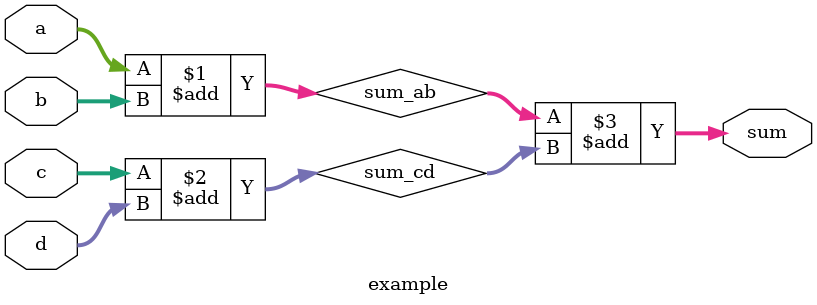
<source format=v>

module example(
    input [7:0] a,
    input [7:0] b,
    input [7:0] c,
    input [7:0] d,
    output [9:0] sum  // Output width increased to handle potential overflow
);

    // Intermediate sums - shared subexpressions
    wire [8:0] sum_ab;
    wire [8:0] sum_cd;

    // Calculate partial sums
    assign sum_ab = a + b;  // First pair
    assign sum_cd = c + d;  // Second pair

    // Calculate final sum using shared subexpressions
    assign sum = sum_ab + sum_cd;

endmodule
</source>
